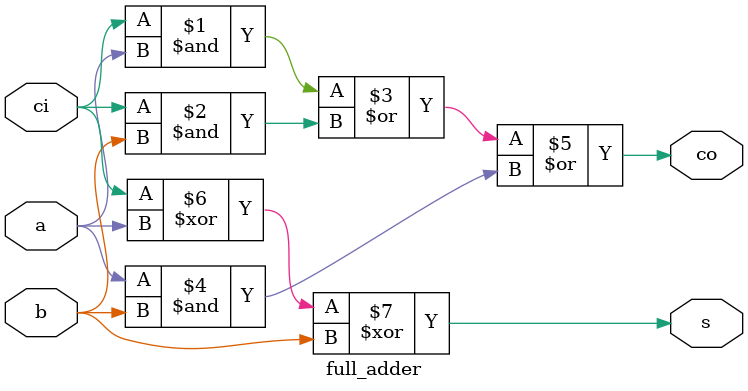
<source format=v>
module part3(SW, LEDR);
	 input [8:0] SW;
	 output [4:0] LEDR;
	 wire a0, a1, a2, a3, b0, b1, b2, b3, cin, c1, c2, c3, s0, s1, s2, s3, cout;
	 
	 assign a0 = SW[0];
	 assign a1 = SW[1];
	 assign a2 = SW[2];
	 assign a3 = SW[3];
	 assign b0 = SW[4];
	 assign b1 = SW[5];
	 assign b2 = SW[6];
	 assign b3 = SW[7];
	 assign cin = SW[8];
	 assign LEDR[0] = s0;
	 assign LEDR[1] = s1;
	 assign LEDR[2] = s2;
	 assign LEDR[3] = s3;
	 assign LEDR[4] = cout;
	 full_adder FA0(.a(a0), .b(b0), .ci(cin), .co(c1), .s(s0));
	 full_adder FA1(.a(a1), .b(b1), .ci(c1), .co(c2), .s(s1));
	 full_adder FA2(.a(a2), .b(b2), .ci(c2), .co(c3), .s(s2));
	 full_adder FA3(.a(a3), .b(b3), .ci(c3), .co(cout), .s(s3));
endmodule

module full_adder(a, b, ci, co, s);
	input a, b, ci;
	output co, s;
	assign co = (ci & a) | (ci & b) | (a & b);
	assign s = ci ^ a ^ b;
endmodule

</source>
